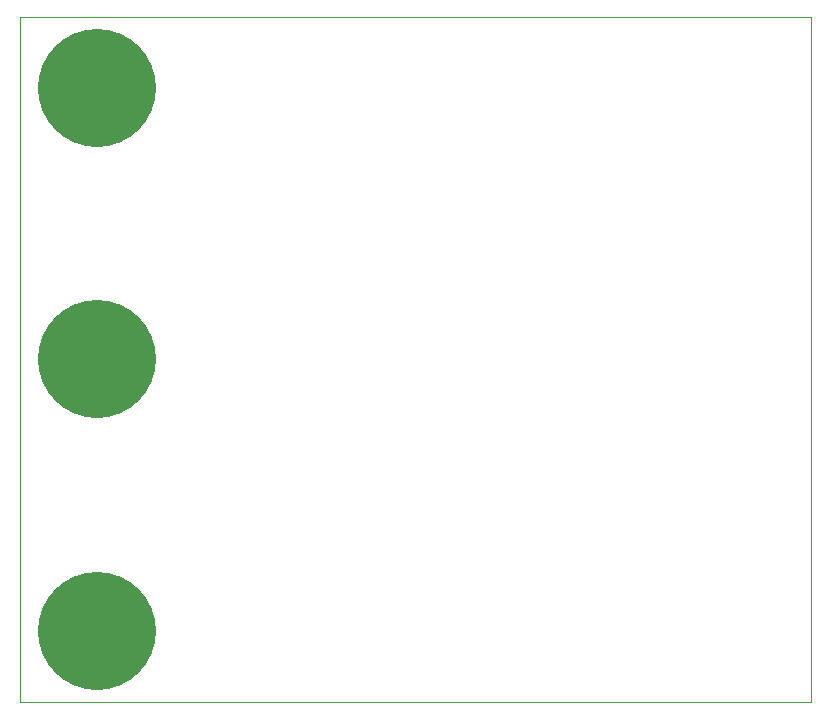
<source format=gts>
G04 This is an RS-274x file exported by *
G04 gerbv version 2.10.0~037b94 *
G04 More information is available about gerbv at *
G04 https://gerbv.github.io/ *
G04 --End of header info--*
%MOIN*%
%FSLAX36Y36*%
%IPPOS*%
%INStop Mask Top*%
G04 --Define apertures--*
%ADD10C,0.0000*%
%ADD11C,0.3937*%
%ADD12C,0.1969*%
%ADD13C,0.0669*%
%ADD14C,0.0480*%
%ADD15P,0.0520X8.0000X202.5000*%
%ADD16C,0.0500*%
%ADD17P,0.0520X8.0000X292.5000*%
%ADD18P,0.0520X8.0000X22.5000*%
%ADD19P,0.0520X8.0000X112.5000*%
%ADD20C,0.0750*%
%ADD21P,0.0812X8.0000X112.5000*%
%ADD22C,0.0860*%
%ADD23C,0.0984*%
%ADD24C,0.0650*%
%ADD25C,0.0480*%
%ADD26C,0.1063*%
%ADD27C,0.0886*%
G04 --Start main section--*
G54D10*
G01X0000000Y0000000D02*
G01X2637795Y0000000D01*
G01X2637795Y0000000D02*
G01X2637795Y2283465D01*
G01X2637795Y2283465D02*
G01X0000000Y2283465D01*
G01X0000000Y2283465D02*
G01X0000000Y0000000D01*
G54D11*
G01X0255906Y2047244D03*
G54D10*
G01X0157480Y2047244D02*
G01X0157512Y2049661D01*
G01X0157512Y2049661D02*
G01X0157598Y2052075D01*
G01X0157598Y2052075D02*
G01X0157748Y2054484D01*
G01X0157748Y2054484D02*
G01X0157953Y2056890D01*
G01X0157953Y2056890D02*
G01X0158220Y2059291D01*
G01X0158220Y2059291D02*
G01X0158547Y2061685D01*
G01X0158547Y2061685D02*
G01X0158929Y2064071D01*
G01X0158929Y2064071D02*
G01X0159370Y2066445D01*
G01X0159370Y2066445D02*
G01X0159870Y2068811D01*
G01X0159870Y2068811D02*
G01X0160429Y2071161D01*
G01X0160429Y2071161D02*
G01X0161047Y2073496D01*
G01X0161047Y2073496D02*
G01X0161717Y2075815D01*
G01X0161717Y2075815D02*
G01X0162449Y2078118D01*
G01X0162449Y2078118D02*
G01X0163232Y2080402D01*
G01X0163232Y2080402D02*
G01X0164075Y2082665D01*
G01X0164075Y2082665D02*
G01X0164972Y2084909D01*
G01X0164972Y2084909D02*
G01X0165925Y2087130D01*
G01X0165925Y2087130D02*
G01X0166929Y2089327D01*
G01X0166929Y2089327D02*
G01X0167988Y2091496D01*
G01X0167988Y2091496D02*
G01X0169102Y2093642D01*
G01X0169102Y2093642D02*
G01X0170268Y2095756D01*
G01X0170268Y2095756D02*
G01X0171484Y2097846D01*
G01X0171484Y2097846D02*
G01X0172752Y2099902D01*
G01X0172752Y2099902D02*
G01X0174067Y2101925D01*
G01X0174067Y2101925D02*
G01X0175433Y2103917D01*
G01X0175433Y2103917D02*
G01X0176850Y2105874D01*
G01X0176850Y2105874D02*
G01X0178311Y2107799D01*
G01X0178311Y2107799D02*
G01X0179823Y2109685D01*
G01X0179823Y2109685D02*
G01X0181378Y2111531D01*
G01X0181378Y2111531D02*
G01X0182976Y2113343D01*
G01X0182976Y2113343D02*
G01X0184622Y2115114D01*
G01X0184622Y2115114D02*
G01X0186307Y2116843D01*
G01X0186307Y2116843D02*
G01X0188035Y2118528D01*
G01X0188035Y2118528D02*
G01X0189807Y2120173D01*
G01X0189807Y2120173D02*
G01X0191618Y2121772D01*
G01X0191618Y2121772D02*
G01X0193465Y2123327D01*
G01X0193465Y2123327D02*
G01X0195350Y2124839D01*
G01X0195350Y2124839D02*
G01X0197276Y2126299D01*
G01X0197276Y2126299D02*
G01X0199232Y2127717D01*
G01X0199232Y2127717D02*
G01X0201224Y2129083D01*
G01X0201224Y2129083D02*
G01X0203248Y2130398D01*
G01X0203248Y2130398D02*
G01X0205303Y2131665D01*
G01X0205303Y2131665D02*
G01X0207394Y2132882D01*
G01X0207394Y2132882D02*
G01X0209508Y2134047D01*
G01X0209508Y2134047D02*
G01X0211654Y2135161D01*
G01X0211654Y2135161D02*
G01X0213823Y2136220D01*
G01X0213823Y2136220D02*
G01X0216020Y2137224D01*
G01X0216020Y2137224D02*
G01X0218240Y2138177D01*
G01X0218240Y2138177D02*
G01X0220484Y2139075D01*
G01X0220484Y2139075D02*
G01X0222748Y2139917D01*
G01X0222748Y2139917D02*
G01X0225031Y2140701D01*
G01X0225031Y2140701D02*
G01X0227335Y2141433D01*
G01X0227335Y2141433D02*
G01X0229654Y2142102D01*
G01X0229654Y2142102D02*
G01X0231988Y2142720D01*
G01X0231988Y2142720D02*
G01X0234339Y2143280D01*
G01X0234339Y2143280D02*
G01X0236705Y2143780D01*
G01X0236705Y2143780D02*
G01X0239079Y2144220D01*
G01X0239079Y2144220D02*
G01X0241465Y2144602D01*
G01X0241465Y2144602D02*
G01X0243858Y2144929D01*
G01X0243858Y2144929D02*
G01X0246260Y2145197D01*
G01X0246260Y2145197D02*
G01X0248665Y2145402D01*
G01X0248665Y2145402D02*
G01X0251075Y2145551D01*
G01X0251075Y2145551D02*
G01X0253488Y2145638D01*
G01X0253488Y2145638D02*
G01X0255906Y2145669D01*
G01X0255906Y2145669D02*
G01X0258323Y2145638D01*
G01X0258323Y2145638D02*
G01X0260736Y2145551D01*
G01X0260736Y2145551D02*
G01X0263146Y2145402D01*
G01X0263146Y2145402D02*
G01X0265551Y2145197D01*
G01X0265551Y2145197D02*
G01X0267953Y2144929D01*
G01X0267953Y2144929D02*
G01X0270346Y2144602D01*
G01X0270346Y2144602D02*
G01X0272732Y2144220D01*
G01X0272732Y2144220D02*
G01X0275106Y2143780D01*
G01X0275106Y2143780D02*
G01X0277472Y2143280D01*
G01X0277472Y2143280D02*
G01X0279823Y2142720D01*
G01X0279823Y2142720D02*
G01X0282157Y2142102D01*
G01X0282157Y2142102D02*
G01X0284476Y2141433D01*
G01X0284476Y2141433D02*
G01X0286780Y2140701D01*
G01X0286780Y2140701D02*
G01X0289063Y2139917D01*
G01X0289063Y2139917D02*
G01X0291327Y2139075D01*
G01X0291327Y2139075D02*
G01X0293571Y2138177D01*
G01X0293571Y2138177D02*
G01X0295791Y2137224D01*
G01X0295791Y2137224D02*
G01X0297988Y2136220D01*
G01X0297988Y2136220D02*
G01X0300157Y2135161D01*
G01X0300157Y2135161D02*
G01X0302303Y2134047D01*
G01X0302303Y2134047D02*
G01X0304417Y2132882D01*
G01X0304417Y2132882D02*
G01X0306508Y2131665D01*
G01X0306508Y2131665D02*
G01X0308563Y2130398D01*
G01X0308563Y2130398D02*
G01X0310587Y2129083D01*
G01X0310587Y2129083D02*
G01X0312579Y2127717D01*
G01X0312579Y2127717D02*
G01X0314535Y2126299D01*
G01X0314535Y2126299D02*
G01X0316461Y2124839D01*
G01X0316461Y2124839D02*
G01X0318346Y2123327D01*
G01X0318346Y2123327D02*
G01X0320193Y2121772D01*
G01X0320193Y2121772D02*
G01X0322004Y2120173D01*
G01X0322004Y2120173D02*
G01X0323776Y2118528D01*
G01X0323776Y2118528D02*
G01X0325504Y2116843D01*
G01X0325504Y2116843D02*
G01X0327189Y2115114D01*
G01X0327189Y2115114D02*
G01X0328835Y2113343D01*
G01X0328835Y2113343D02*
G01X0330433Y2111531D01*
G01X0330433Y2111531D02*
G01X0331988Y2109685D01*
G01X0331988Y2109685D02*
G01X0333500Y2107799D01*
G01X0333500Y2107799D02*
G01X0334961Y2105874D01*
G01X0334961Y2105874D02*
G01X0336378Y2103917D01*
G01X0336378Y2103917D02*
G01X0337744Y2101925D01*
G01X0337744Y2101925D02*
G01X0339059Y2099902D01*
G01X0339059Y2099902D02*
G01X0340327Y2097846D01*
G01X0340327Y2097846D02*
G01X0341543Y2095756D01*
G01X0341543Y2095756D02*
G01X0342709Y2093642D01*
G01X0342709Y2093642D02*
G01X0343823Y2091496D01*
G01X0343823Y2091496D02*
G01X0344882Y2089327D01*
G01X0344882Y2089327D02*
G01X0345886Y2087130D01*
G01X0345886Y2087130D02*
G01X0346839Y2084909D01*
G01X0346839Y2084909D02*
G01X0347736Y2082665D01*
G01X0347736Y2082665D02*
G01X0348579Y2080402D01*
G01X0348579Y2080402D02*
G01X0349362Y2078118D01*
G01X0349362Y2078118D02*
G01X0350094Y2075815D01*
G01X0350094Y2075815D02*
G01X0350764Y2073496D01*
G01X0350764Y2073496D02*
G01X0351382Y2071161D01*
G01X0351382Y2071161D02*
G01X0351941Y2068811D01*
G01X0351941Y2068811D02*
G01X0352441Y2066445D01*
G01X0352441Y2066445D02*
G01X0352882Y2064071D01*
G01X0352882Y2064071D02*
G01X0353264Y2061685D01*
G01X0353264Y2061685D02*
G01X0353591Y2059291D01*
G01X0353591Y2059291D02*
G01X0353858Y2056890D01*
G01X0353858Y2056890D02*
G01X0354063Y2054484D01*
G01X0354063Y2054484D02*
G01X0354213Y2052075D01*
G01X0354213Y2052075D02*
G01X0354299Y2049661D01*
G01X0354299Y2049661D02*
G01X0354331Y2047244D01*
G01X0354331Y2047244D02*
G01X0354299Y2044827D01*
G01X0354299Y2044827D02*
G01X0354213Y2042413D01*
G01X0354213Y2042413D02*
G01X0354063Y2040004D01*
G01X0354063Y2040004D02*
G01X0353858Y2037598D01*
G01X0353858Y2037598D02*
G01X0353591Y2035197D01*
G01X0353591Y2035197D02*
G01X0353264Y2032803D01*
G01X0353264Y2032803D02*
G01X0352882Y2030417D01*
G01X0352882Y2030417D02*
G01X0352441Y2028043D01*
G01X0352441Y2028043D02*
G01X0351941Y2025677D01*
G01X0351941Y2025677D02*
G01X0351382Y2023327D01*
G01X0351382Y2023327D02*
G01X0350764Y2020992D01*
G01X0350764Y2020992D02*
G01X0350094Y2018673D01*
G01X0350094Y2018673D02*
G01X0349362Y2016370D01*
G01X0349362Y2016370D02*
G01X0348579Y2014087D01*
G01X0348579Y2014087D02*
G01X0347736Y2011823D01*
G01X0347736Y2011823D02*
G01X0346839Y2009579D01*
G01X0346839Y2009579D02*
G01X0345886Y2007358D01*
G01X0345886Y2007358D02*
G01X0344882Y2005161D01*
G01X0344882Y2005161D02*
G01X0343823Y2002992D01*
G01X0343823Y2002992D02*
G01X0342709Y2000846D01*
G01X0342709Y2000846D02*
G01X0341543Y1998732D01*
G01X0341543Y1998732D02*
G01X0340327Y1996642D01*
G01X0340327Y1996642D02*
G01X0339059Y1994587D01*
G01X0339059Y1994587D02*
G01X0337744Y1992563D01*
G01X0337744Y1992563D02*
G01X0336378Y1990571D01*
G01X0336378Y1990571D02*
G01X0334961Y1988614D01*
G01X0334961Y1988614D02*
G01X0333500Y1986689D01*
G01X0333500Y1986689D02*
G01X0331988Y1984803D01*
G01X0331988Y1984803D02*
G01X0330433Y1982957D01*
G01X0330433Y1982957D02*
G01X0328835Y1981146D01*
G01X0328835Y1981146D02*
G01X0327189Y1979374D01*
G01X0327189Y1979374D02*
G01X0325504Y1977646D01*
G01X0325504Y1977646D02*
G01X0323776Y1975961D01*
G01X0323776Y1975961D02*
G01X0322004Y1974315D01*
G01X0322004Y1974315D02*
G01X0320193Y1972717D01*
G01X0320193Y1972717D02*
G01X0318346Y1971161D01*
G01X0318346Y1971161D02*
G01X0316461Y1969650D01*
G01X0316461Y1969650D02*
G01X0314535Y1968189D01*
G01X0314535Y1968189D02*
G01X0312579Y1966772D01*
G01X0312579Y1966772D02*
G01X0310587Y1965406D01*
G01X0310587Y1965406D02*
G01X0308563Y1964091D01*
G01X0308563Y1964091D02*
G01X0306508Y1962823D01*
G01X0306508Y1962823D02*
G01X0304417Y1961606D01*
G01X0304417Y1961606D02*
G01X0302303Y1960441D01*
G01X0302303Y1960441D02*
G01X0300157Y1959327D01*
G01X0300157Y1959327D02*
G01X0297988Y1958268D01*
G01X0297988Y1958268D02*
G01X0295791Y1957264D01*
G01X0295791Y1957264D02*
G01X0293571Y1956311D01*
G01X0293571Y1956311D02*
G01X0291327Y1955413D01*
G01X0291327Y1955413D02*
G01X0289063Y1954571D01*
G01X0289063Y1954571D02*
G01X0286780Y1953787D01*
G01X0286780Y1953787D02*
G01X0284476Y1953055D01*
G01X0284476Y1953055D02*
G01X0282157Y1952386D01*
G01X0282157Y1952386D02*
G01X0279823Y1951768D01*
G01X0279823Y1951768D02*
G01X0277472Y1951209D01*
G01X0277472Y1951209D02*
G01X0275106Y1950709D01*
G01X0275106Y1950709D02*
G01X0272732Y1950268D01*
G01X0272732Y1950268D02*
G01X0270346Y1949886D01*
G01X0270346Y1949886D02*
G01X0267953Y1949559D01*
G01X0267953Y1949559D02*
G01X0265551Y1949291D01*
G01X0265551Y1949291D02*
G01X0263146Y1949087D01*
G01X0263146Y1949087D02*
G01X0260736Y1948937D01*
G01X0260736Y1948937D02*
G01X0258323Y1948850D01*
G01X0258323Y1948850D02*
G01X0255906Y1948819D01*
G01X0255906Y1948819D02*
G01X0253488Y1948850D01*
G01X0253488Y1948850D02*
G01X0251075Y1948937D01*
G01X0251075Y1948937D02*
G01X0248665Y1949087D01*
G01X0248665Y1949087D02*
G01X0246260Y1949291D01*
G01X0246260Y1949291D02*
G01X0243858Y1949559D01*
G01X0243858Y1949559D02*
G01X0241465Y1949886D01*
G01X0241465Y1949886D02*
G01X0239079Y1950268D01*
G01X0239079Y1950268D02*
G01X0236705Y1950709D01*
G01X0236705Y1950709D02*
G01X0234339Y1951209D01*
G01X0234339Y1951209D02*
G01X0231988Y1951768D01*
G01X0231988Y1951768D02*
G01X0229654Y1952386D01*
G01X0229654Y1952386D02*
G01X0227335Y1953055D01*
G01X0227335Y1953055D02*
G01X0225031Y1953787D01*
G01X0225031Y1953787D02*
G01X0222748Y1954571D01*
G01X0222748Y1954571D02*
G01X0220484Y1955413D01*
G01X0220484Y1955413D02*
G01X0218240Y1956311D01*
G01X0218240Y1956311D02*
G01X0216020Y1957264D01*
G01X0216020Y1957264D02*
G01X0213823Y1958268D01*
G01X0213823Y1958268D02*
G01X0211654Y1959327D01*
G01X0211654Y1959327D02*
G01X0209508Y1960441D01*
G01X0209508Y1960441D02*
G01X0207394Y1961606D01*
G01X0207394Y1961606D02*
G01X0205303Y1962823D01*
G01X0205303Y1962823D02*
G01X0203248Y1964091D01*
G01X0203248Y1964091D02*
G01X0201224Y1965406D01*
G01X0201224Y1965406D02*
G01X0199232Y1966772D01*
G01X0199232Y1966772D02*
G01X0197276Y1968189D01*
G01X0197276Y1968189D02*
G01X0195350Y1969650D01*
G01X0195350Y1969650D02*
G01X0193465Y1971161D01*
G01X0193465Y1971161D02*
G01X0191618Y1972717D01*
G01X0191618Y1972717D02*
G01X0189807Y1974315D01*
G01X0189807Y1974315D02*
G01X0188035Y1975961D01*
G01X0188035Y1975961D02*
G01X0186307Y1977646D01*
G01X0186307Y1977646D02*
G01X0184622Y1979374D01*
G01X0184622Y1979374D02*
G01X0182976Y1981146D01*
G01X0182976Y1981146D02*
G01X0181378Y1982957D01*
G01X0181378Y1982957D02*
G01X0179823Y1984803D01*
G01X0179823Y1984803D02*
G01X0178311Y1986689D01*
G01X0178311Y1986689D02*
G01X0176850Y1988614D01*
G01X0176850Y1988614D02*
G01X0175433Y1990571D01*
G01X0175433Y1990571D02*
G01X0174067Y1992563D01*
G01X0174067Y1992563D02*
G01X0172752Y1994587D01*
G01X0172752Y1994587D02*
G01X0171484Y1996642D01*
G01X0171484Y1996642D02*
G01X0170268Y1998732D01*
G01X0170268Y1998732D02*
G01X0169102Y2000846D01*
G01X0169102Y2000846D02*
G01X0167988Y2002992D01*
G01X0167988Y2002992D02*
G01X0166929Y2005161D01*
G01X0166929Y2005161D02*
G01X0165925Y2007358D01*
G01X0165925Y2007358D02*
G01X0164972Y2009579D01*
G01X0164972Y2009579D02*
G01X0164075Y2011823D01*
G01X0164075Y2011823D02*
G01X0163232Y2014087D01*
G01X0163232Y2014087D02*
G01X0162449Y2016370D01*
G01X0162449Y2016370D02*
G01X0161717Y2018673D01*
G01X0161717Y2018673D02*
G01X0161047Y2020992D01*
G01X0161047Y2020992D02*
G01X0160429Y2023327D01*
G01X0160429Y2023327D02*
G01X0159870Y2025677D01*
G01X0159870Y2025677D02*
G01X0159370Y2028043D01*
G01X0159370Y2028043D02*
G01X0158929Y2030417D01*
G01X0158929Y2030417D02*
G01X0158547Y2032803D01*
G01X0158547Y2032803D02*
G01X0158220Y2035197D01*
G01X0158220Y2035197D02*
G01X0157953Y2037598D01*
G01X0157953Y2037598D02*
G01X0157748Y2040004D01*
G01X0157748Y2040004D02*
G01X0157598Y2042413D01*
G01X0157598Y2042413D02*
G01X0157512Y2044827D01*
G01X0157512Y2044827D02*
G01X0157480Y2047244D01*
G54D12*
G01X0255906Y2047244D03*
G54D11*
G01X0255906Y1141732D03*
G54D10*
G01X0157480Y1141732D02*
G01X0157512Y1144150D01*
G01X0157512Y1144150D02*
G01X0157598Y1146563D01*
G01X0157598Y1146563D02*
G01X0157748Y1148972D01*
G01X0157748Y1148972D02*
G01X0157953Y1151378D01*
G01X0157953Y1151378D02*
G01X0158220Y1153780D01*
G01X0158220Y1153780D02*
G01X0158547Y1156173D01*
G01X0158547Y1156173D02*
G01X0158929Y1158559D01*
G01X0158929Y1158559D02*
G01X0159370Y1160933D01*
G01X0159370Y1160933D02*
G01X0159870Y1163299D01*
G01X0159870Y1163299D02*
G01X0160429Y1165650D01*
G01X0160429Y1165650D02*
G01X0161047Y1167984D01*
G01X0161047Y1167984D02*
G01X0161717Y1170303D01*
G01X0161717Y1170303D02*
G01X0162449Y1172606D01*
G01X0162449Y1172606D02*
G01X0163232Y1174890D01*
G01X0163232Y1174890D02*
G01X0164075Y1177154D01*
G01X0164075Y1177154D02*
G01X0164972Y1179398D01*
G01X0164972Y1179398D02*
G01X0165925Y1181618D01*
G01X0165925Y1181618D02*
G01X0166929Y1183815D01*
G01X0166929Y1183815D02*
G01X0167988Y1185984D01*
G01X0167988Y1185984D02*
G01X0169102Y1188130D01*
G01X0169102Y1188130D02*
G01X0170268Y1190244D01*
G01X0170268Y1190244D02*
G01X0171484Y1192335D01*
G01X0171484Y1192335D02*
G01X0172752Y1194390D01*
G01X0172752Y1194390D02*
G01X0174067Y1196413D01*
G01X0174067Y1196413D02*
G01X0175433Y1198406D01*
G01X0175433Y1198406D02*
G01X0176850Y1200362D01*
G01X0176850Y1200362D02*
G01X0178311Y1202287D01*
G01X0178311Y1202287D02*
G01X0179823Y1204173D01*
G01X0179823Y1204173D02*
G01X0181378Y1206020D01*
G01X0181378Y1206020D02*
G01X0182976Y1207831D01*
G01X0182976Y1207831D02*
G01X0184622Y1209602D01*
G01X0184622Y1209602D02*
G01X0186307Y1211331D01*
G01X0186307Y1211331D02*
G01X0188035Y1213016D01*
G01X0188035Y1213016D02*
G01X0189807Y1214661D01*
G01X0189807Y1214661D02*
G01X0191618Y1216260D01*
G01X0191618Y1216260D02*
G01X0193465Y1217815D01*
G01X0193465Y1217815D02*
G01X0195350Y1219327D01*
G01X0195350Y1219327D02*
G01X0197276Y1220787D01*
G01X0197276Y1220787D02*
G01X0199232Y1222205D01*
G01X0199232Y1222205D02*
G01X0201224Y1223571D01*
G01X0201224Y1223571D02*
G01X0203248Y1224886D01*
G01X0203248Y1224886D02*
G01X0205303Y1226154D01*
G01X0205303Y1226154D02*
G01X0207394Y1227370D01*
G01X0207394Y1227370D02*
G01X0209508Y1228535D01*
G01X0209508Y1228535D02*
G01X0211654Y1229650D01*
G01X0211654Y1229650D02*
G01X0213823Y1230709D01*
G01X0213823Y1230709D02*
G01X0216020Y1231713D01*
G01X0216020Y1231713D02*
G01X0218240Y1232665D01*
G01X0218240Y1232665D02*
G01X0220484Y1233563D01*
G01X0220484Y1233563D02*
G01X0222748Y1234406D01*
G01X0222748Y1234406D02*
G01X0225031Y1235189D01*
G01X0225031Y1235189D02*
G01X0227335Y1235921D01*
G01X0227335Y1235921D02*
G01X0229654Y1236591D01*
G01X0229654Y1236591D02*
G01X0231988Y1237209D01*
G01X0231988Y1237209D02*
G01X0234339Y1237768D01*
G01X0234339Y1237768D02*
G01X0236705Y1238268D01*
G01X0236705Y1238268D02*
G01X0239079Y1238709D01*
G01X0239079Y1238709D02*
G01X0241465Y1239091D01*
G01X0241465Y1239091D02*
G01X0243858Y1239417D01*
G01X0243858Y1239417D02*
G01X0246260Y1239685D01*
G01X0246260Y1239685D02*
G01X0248665Y1239890D01*
G01X0248665Y1239890D02*
G01X0251075Y1240039D01*
G01X0251075Y1240039D02*
G01X0253488Y1240126D01*
G01X0253488Y1240126D02*
G01X0255906Y1240157D01*
G01X0255906Y1240157D02*
G01X0258323Y1240126D01*
G01X0258323Y1240126D02*
G01X0260736Y1240039D01*
G01X0260736Y1240039D02*
G01X0263146Y1239890D01*
G01X0263146Y1239890D02*
G01X0265551Y1239685D01*
G01X0265551Y1239685D02*
G01X0267953Y1239417D01*
G01X0267953Y1239417D02*
G01X0270346Y1239091D01*
G01X0270346Y1239091D02*
G01X0272732Y1238709D01*
G01X0272732Y1238709D02*
G01X0275106Y1238268D01*
G01X0275106Y1238268D02*
G01X0277472Y1237768D01*
G01X0277472Y1237768D02*
G01X0279823Y1237209D01*
G01X0279823Y1237209D02*
G01X0282157Y1236591D01*
G01X0282157Y1236591D02*
G01X0284476Y1235921D01*
G01X0284476Y1235921D02*
G01X0286780Y1235189D01*
G01X0286780Y1235189D02*
G01X0289063Y1234406D01*
G01X0289063Y1234406D02*
G01X0291327Y1233563D01*
G01X0291327Y1233563D02*
G01X0293571Y1232665D01*
G01X0293571Y1232665D02*
G01X0295791Y1231713D01*
G01X0295791Y1231713D02*
G01X0297988Y1230709D01*
G01X0297988Y1230709D02*
G01X0300157Y1229650D01*
G01X0300157Y1229650D02*
G01X0302303Y1228535D01*
G01X0302303Y1228535D02*
G01X0304417Y1227370D01*
G01X0304417Y1227370D02*
G01X0306508Y1226154D01*
G01X0306508Y1226154D02*
G01X0308563Y1224886D01*
G01X0308563Y1224886D02*
G01X0310587Y1223571D01*
G01X0310587Y1223571D02*
G01X0312579Y1222205D01*
G01X0312579Y1222205D02*
G01X0314535Y1220787D01*
G01X0314535Y1220787D02*
G01X0316461Y1219327D01*
G01X0316461Y1219327D02*
G01X0318346Y1217815D01*
G01X0318346Y1217815D02*
G01X0320193Y1216260D01*
G01X0320193Y1216260D02*
G01X0322004Y1214661D01*
G01X0322004Y1214661D02*
G01X0323776Y1213016D01*
G01X0323776Y1213016D02*
G01X0325504Y1211331D01*
G01X0325504Y1211331D02*
G01X0327189Y1209602D01*
G01X0327189Y1209602D02*
G01X0328835Y1207831D01*
G01X0328835Y1207831D02*
G01X0330433Y1206020D01*
G01X0330433Y1206020D02*
G01X0331988Y1204173D01*
G01X0331988Y1204173D02*
G01X0333500Y1202287D01*
G01X0333500Y1202287D02*
G01X0334961Y1200362D01*
G01X0334961Y1200362D02*
G01X0336378Y1198406D01*
G01X0336378Y1198406D02*
G01X0337744Y1196413D01*
G01X0337744Y1196413D02*
G01X0339059Y1194390D01*
G01X0339059Y1194390D02*
G01X0340327Y1192335D01*
G01X0340327Y1192335D02*
G01X0341543Y1190244D01*
G01X0341543Y1190244D02*
G01X0342709Y1188130D01*
G01X0342709Y1188130D02*
G01X0343823Y1185984D01*
G01X0343823Y1185984D02*
G01X0344882Y1183815D01*
G01X0344882Y1183815D02*
G01X0345886Y1181618D01*
G01X0345886Y1181618D02*
G01X0346839Y1179398D01*
G01X0346839Y1179398D02*
G01X0347736Y1177154D01*
G01X0347736Y1177154D02*
G01X0348579Y1174890D01*
G01X0348579Y1174890D02*
G01X0349362Y1172606D01*
G01X0349362Y1172606D02*
G01X0350094Y1170303D01*
G01X0350094Y1170303D02*
G01X0350764Y1167984D01*
G01X0350764Y1167984D02*
G01X0351382Y1165650D01*
G01X0351382Y1165650D02*
G01X0351941Y1163299D01*
G01X0351941Y1163299D02*
G01X0352441Y1160933D01*
G01X0352441Y1160933D02*
G01X0352882Y1158559D01*
G01X0352882Y1158559D02*
G01X0353264Y1156173D01*
G01X0353264Y1156173D02*
G01X0353591Y1153780D01*
G01X0353591Y1153780D02*
G01X0353858Y1151378D01*
G01X0353858Y1151378D02*
G01X0354063Y1148972D01*
G01X0354063Y1148972D02*
G01X0354213Y1146563D01*
G01X0354213Y1146563D02*
G01X0354299Y1144150D01*
G01X0354299Y1144150D02*
G01X0354331Y1141732D01*
G01X0354331Y1141732D02*
G01X0354299Y1139315D01*
G01X0354299Y1139315D02*
G01X0354213Y1136902D01*
G01X0354213Y1136902D02*
G01X0354063Y1134492D01*
G01X0354063Y1134492D02*
G01X0353858Y1132087D01*
G01X0353858Y1132087D02*
G01X0353591Y1129685D01*
G01X0353591Y1129685D02*
G01X0353264Y1127291D01*
G01X0353264Y1127291D02*
G01X0352882Y1124906D01*
G01X0352882Y1124906D02*
G01X0352441Y1122531D01*
G01X0352441Y1122531D02*
G01X0351941Y1120165D01*
G01X0351941Y1120165D02*
G01X0351382Y1117815D01*
G01X0351382Y1117815D02*
G01X0350764Y1115480D01*
G01X0350764Y1115480D02*
G01X0350094Y1113161D01*
G01X0350094Y1113161D02*
G01X0349362Y1110858D01*
G01X0349362Y1110858D02*
G01X0348579Y1108575D01*
G01X0348579Y1108575D02*
G01X0347736Y1106311D01*
G01X0347736Y1106311D02*
G01X0346839Y1104067D01*
G01X0346839Y1104067D02*
G01X0345886Y1101846D01*
G01X0345886Y1101846D02*
G01X0344882Y1099650D01*
G01X0344882Y1099650D02*
G01X0343823Y1097480D01*
G01X0343823Y1097480D02*
G01X0342709Y1095335D01*
G01X0342709Y1095335D02*
G01X0341543Y1093220D01*
G01X0341543Y1093220D02*
G01X0340327Y1091130D01*
G01X0340327Y1091130D02*
G01X0339059Y1089075D01*
G01X0339059Y1089075D02*
G01X0337744Y1087051D01*
G01X0337744Y1087051D02*
G01X0336378Y1085059D01*
G01X0336378Y1085059D02*
G01X0334961Y1083102D01*
G01X0334961Y1083102D02*
G01X0333500Y1081177D01*
G01X0333500Y1081177D02*
G01X0331988Y1079291D01*
G01X0331988Y1079291D02*
G01X0330433Y1077445D01*
G01X0330433Y1077445D02*
G01X0328835Y1075634D01*
G01X0328835Y1075634D02*
G01X0327189Y1073862D01*
G01X0327189Y1073862D02*
G01X0325504Y1072134D01*
G01X0325504Y1072134D02*
G01X0323776Y1070449D01*
G01X0323776Y1070449D02*
G01X0322004Y1068803D01*
G01X0322004Y1068803D02*
G01X0320193Y1067205D01*
G01X0320193Y1067205D02*
G01X0318346Y1065650D01*
G01X0318346Y1065650D02*
G01X0316461Y1064138D01*
G01X0316461Y1064138D02*
G01X0314535Y1062677D01*
G01X0314535Y1062677D02*
G01X0312579Y1061260D01*
G01X0312579Y1061260D02*
G01X0310587Y1059894D01*
G01X0310587Y1059894D02*
G01X0308563Y1058579D01*
G01X0308563Y1058579D02*
G01X0306508Y1057311D01*
G01X0306508Y1057311D02*
G01X0304417Y1056094D01*
G01X0304417Y1056094D02*
G01X0302303Y1054929D01*
G01X0302303Y1054929D02*
G01X0300157Y1053815D01*
G01X0300157Y1053815D02*
G01X0297988Y1052756D01*
G01X0297988Y1052756D02*
G01X0295791Y1051752D01*
G01X0295791Y1051752D02*
G01X0293571Y1050799D01*
G01X0293571Y1050799D02*
G01X0291327Y1049902D01*
G01X0291327Y1049902D02*
G01X0289063Y1049059D01*
G01X0289063Y1049059D02*
G01X0286780Y1048276D01*
G01X0286780Y1048276D02*
G01X0284476Y1047543D01*
G01X0284476Y1047543D02*
G01X0282157Y1046874D01*
G01X0282157Y1046874D02*
G01X0279823Y1046256D01*
G01X0279823Y1046256D02*
G01X0277472Y1045697D01*
G01X0277472Y1045697D02*
G01X0275106Y1045197D01*
G01X0275106Y1045197D02*
G01X0272732Y1044756D01*
G01X0272732Y1044756D02*
G01X0270346Y1044374D01*
G01X0270346Y1044374D02*
G01X0267953Y1044047D01*
G01X0267953Y1044047D02*
G01X0265551Y1043780D01*
G01X0265551Y1043780D02*
G01X0263146Y1043575D01*
G01X0263146Y1043575D02*
G01X0260736Y1043425D01*
G01X0260736Y1043425D02*
G01X0258323Y1043339D01*
G01X0258323Y1043339D02*
G01X0255906Y1043307D01*
G01X0255906Y1043307D02*
G01X0253488Y1043339D01*
G01X0253488Y1043339D02*
G01X0251075Y1043425D01*
G01X0251075Y1043425D02*
G01X0248665Y1043575D01*
G01X0248665Y1043575D02*
G01X0246260Y1043780D01*
G01X0246260Y1043780D02*
G01X0243858Y1044047D01*
G01X0243858Y1044047D02*
G01X0241465Y1044374D01*
G01X0241465Y1044374D02*
G01X0239079Y1044756D01*
G01X0239079Y1044756D02*
G01X0236705Y1045197D01*
G01X0236705Y1045197D02*
G01X0234339Y1045697D01*
G01X0234339Y1045697D02*
G01X0231988Y1046256D01*
G01X0231988Y1046256D02*
G01X0229654Y1046874D01*
G01X0229654Y1046874D02*
G01X0227335Y1047543D01*
G01X0227335Y1047543D02*
G01X0225031Y1048276D01*
G01X0225031Y1048276D02*
G01X0222748Y1049059D01*
G01X0222748Y1049059D02*
G01X0220484Y1049902D01*
G01X0220484Y1049902D02*
G01X0218240Y1050799D01*
G01X0218240Y1050799D02*
G01X0216020Y1051752D01*
G01X0216020Y1051752D02*
G01X0213823Y1052756D01*
G01X0213823Y1052756D02*
G01X0211654Y1053815D01*
G01X0211654Y1053815D02*
G01X0209508Y1054929D01*
G01X0209508Y1054929D02*
G01X0207394Y1056094D01*
G01X0207394Y1056094D02*
G01X0205303Y1057311D01*
G01X0205303Y1057311D02*
G01X0203248Y1058579D01*
G01X0203248Y1058579D02*
G01X0201224Y1059894D01*
G01X0201224Y1059894D02*
G01X0199232Y1061260D01*
G01X0199232Y1061260D02*
G01X0197276Y1062677D01*
G01X0197276Y1062677D02*
G01X0195350Y1064138D01*
G01X0195350Y1064138D02*
G01X0193465Y1065650D01*
G01X0193465Y1065650D02*
G01X0191618Y1067205D01*
G01X0191618Y1067205D02*
G01X0189807Y1068803D01*
G01X0189807Y1068803D02*
G01X0188035Y1070449D01*
G01X0188035Y1070449D02*
G01X0186307Y1072134D01*
G01X0186307Y1072134D02*
G01X0184622Y1073862D01*
G01X0184622Y1073862D02*
G01X0182976Y1075634D01*
G01X0182976Y1075634D02*
G01X0181378Y1077445D01*
G01X0181378Y1077445D02*
G01X0179823Y1079291D01*
G01X0179823Y1079291D02*
G01X0178311Y1081177D01*
G01X0178311Y1081177D02*
G01X0176850Y1083102D01*
G01X0176850Y1083102D02*
G01X0175433Y1085059D01*
G01X0175433Y1085059D02*
G01X0174067Y1087051D01*
G01X0174067Y1087051D02*
G01X0172752Y1089075D01*
G01X0172752Y1089075D02*
G01X0171484Y1091130D01*
G01X0171484Y1091130D02*
G01X0170268Y1093220D01*
G01X0170268Y1093220D02*
G01X0169102Y1095335D01*
G01X0169102Y1095335D02*
G01X0167988Y1097480D01*
G01X0167988Y1097480D02*
G01X0166929Y1099650D01*
G01X0166929Y1099650D02*
G01X0165925Y1101846D01*
G01X0165925Y1101846D02*
G01X0164972Y1104067D01*
G01X0164972Y1104067D02*
G01X0164075Y1106311D01*
G01X0164075Y1106311D02*
G01X0163232Y1108575D01*
G01X0163232Y1108575D02*
G01X0162449Y1110858D01*
G01X0162449Y1110858D02*
G01X0161717Y1113161D01*
G01X0161717Y1113161D02*
G01X0161047Y1115480D01*
G01X0161047Y1115480D02*
G01X0160429Y1117815D01*
G01X0160429Y1117815D02*
G01X0159870Y1120165D01*
G01X0159870Y1120165D02*
G01X0159370Y1122531D01*
G01X0159370Y1122531D02*
G01X0158929Y1124906D01*
G01X0158929Y1124906D02*
G01X0158547Y1127291D01*
G01X0158547Y1127291D02*
G01X0158220Y1129685D01*
G01X0158220Y1129685D02*
G01X0157953Y1132087D01*
G01X0157953Y1132087D02*
G01X0157748Y1134492D01*
G01X0157748Y1134492D02*
G01X0157598Y1136902D01*
G01X0157598Y1136902D02*
G01X0157512Y1139315D01*
G01X0157512Y1139315D02*
G01X0157480Y1141732D01*
G54D12*
G01X0255906Y1141732D03*
G54D11*
G01X0255906Y0236220D03*
G54D10*
G01X0157480Y0236220D02*
G01X0157512Y0238638D01*
G01X0157512Y0238638D02*
G01X0157598Y0241051D01*
G01X0157598Y0241051D02*
G01X0157748Y0243461D01*
G01X0157748Y0243461D02*
G01X0157953Y0245866D01*
G01X0157953Y0245866D02*
G01X0158220Y0248268D01*
G01X0158220Y0248268D02*
G01X0158547Y0250661D01*
G01X0158547Y0250661D02*
G01X0158929Y0253047D01*
G01X0158929Y0253047D02*
G01X0159370Y0255421D01*
G01X0159370Y0255421D02*
G01X0159870Y0257787D01*
G01X0159870Y0257787D02*
G01X0160429Y0260138D01*
G01X0160429Y0260138D02*
G01X0161047Y0262472D01*
G01X0161047Y0262472D02*
G01X0161717Y0264791D01*
G01X0161717Y0264791D02*
G01X0162449Y0267094D01*
G01X0162449Y0267094D02*
G01X0163232Y0269378D01*
G01X0163232Y0269378D02*
G01X0164075Y0271642D01*
G01X0164075Y0271642D02*
G01X0164972Y0273886D01*
G01X0164972Y0273886D02*
G01X0165925Y0276106D01*
G01X0165925Y0276106D02*
G01X0166929Y0278303D01*
G01X0166929Y0278303D02*
G01X0167988Y0280472D01*
G01X0167988Y0280472D02*
G01X0169102Y0282618D01*
G01X0169102Y0282618D02*
G01X0170268Y0284732D01*
G01X0170268Y0284732D02*
G01X0171484Y0286823D01*
G01X0171484Y0286823D02*
G01X0172752Y0288878D01*
G01X0172752Y0288878D02*
G01X0174067Y0290902D01*
G01X0174067Y0290902D02*
G01X0175433Y0292894D01*
G01X0175433Y0292894D02*
G01X0176850Y0294850D01*
G01X0176850Y0294850D02*
G01X0178311Y0296776D01*
G01X0178311Y0296776D02*
G01X0179823Y0298661D01*
G01X0179823Y0298661D02*
G01X0181378Y0300508D01*
G01X0181378Y0300508D02*
G01X0182976Y0302319D01*
G01X0182976Y0302319D02*
G01X0184622Y0304091D01*
G01X0184622Y0304091D02*
G01X0186307Y0305819D01*
G01X0186307Y0305819D02*
G01X0188035Y0307504D01*
G01X0188035Y0307504D02*
G01X0189807Y0309150D01*
G01X0189807Y0309150D02*
G01X0191618Y0310748D01*
G01X0191618Y0310748D02*
G01X0193465Y0312303D01*
G01X0193465Y0312303D02*
G01X0195350Y0313815D01*
G01X0195350Y0313815D02*
G01X0197276Y0315276D01*
G01X0197276Y0315276D02*
G01X0199232Y0316693D01*
G01X0199232Y0316693D02*
G01X0201224Y0318059D01*
G01X0201224Y0318059D02*
G01X0203248Y0319374D01*
G01X0203248Y0319374D02*
G01X0205303Y0320642D01*
G01X0205303Y0320642D02*
G01X0207394Y0321858D01*
G01X0207394Y0321858D02*
G01X0209508Y0323024D01*
G01X0209508Y0323024D02*
G01X0211654Y0324138D01*
G01X0211654Y0324138D02*
G01X0213823Y0325197D01*
G01X0213823Y0325197D02*
G01X0216020Y0326201D01*
G01X0216020Y0326201D02*
G01X0218240Y0327154D01*
G01X0218240Y0327154D02*
G01X0220484Y0328051D01*
G01X0220484Y0328051D02*
G01X0222748Y0328894D01*
G01X0222748Y0328894D02*
G01X0225031Y0329677D01*
G01X0225031Y0329677D02*
G01X0227335Y0330409D01*
G01X0227335Y0330409D02*
G01X0229654Y0331079D01*
G01X0229654Y0331079D02*
G01X0231988Y0331697D01*
G01X0231988Y0331697D02*
G01X0234339Y0332256D01*
G01X0234339Y0332256D02*
G01X0236705Y0332756D01*
G01X0236705Y0332756D02*
G01X0239079Y0333197D01*
G01X0239079Y0333197D02*
G01X0241465Y0333579D01*
G01X0241465Y0333579D02*
G01X0243858Y0333906D01*
G01X0243858Y0333906D02*
G01X0246260Y0334173D01*
G01X0246260Y0334173D02*
G01X0248665Y0334378D01*
G01X0248665Y0334378D02*
G01X0251075Y0334528D01*
G01X0251075Y0334528D02*
G01X0253488Y0334614D01*
G01X0253488Y0334614D02*
G01X0255906Y0334646D01*
G01X0255906Y0334646D02*
G01X0258323Y0334614D01*
G01X0258323Y0334614D02*
G01X0260736Y0334528D01*
G01X0260736Y0334528D02*
G01X0263146Y0334378D01*
G01X0263146Y0334378D02*
G01X0265551Y0334173D01*
G01X0265551Y0334173D02*
G01X0267953Y0333906D01*
G01X0267953Y0333906D02*
G01X0270346Y0333579D01*
G01X0270346Y0333579D02*
G01X0272732Y0333197D01*
G01X0272732Y0333197D02*
G01X0275106Y0332756D01*
G01X0275106Y0332756D02*
G01X0277472Y0332256D01*
G01X0277472Y0332256D02*
G01X0279823Y0331697D01*
G01X0279823Y0331697D02*
G01X0282157Y0331079D01*
G01X0282157Y0331079D02*
G01X0284476Y0330409D01*
G01X0284476Y0330409D02*
G01X0286780Y0329677D01*
G01X0286780Y0329677D02*
G01X0289063Y0328894D01*
G01X0289063Y0328894D02*
G01X0291327Y0328051D01*
G01X0291327Y0328051D02*
G01X0293571Y0327154D01*
G01X0293571Y0327154D02*
G01X0295791Y0326201D01*
G01X0295791Y0326201D02*
G01X0297988Y0325197D01*
G01X0297988Y0325197D02*
G01X0300157Y0324138D01*
G01X0300157Y0324138D02*
G01X0302303Y0323024D01*
G01X0302303Y0323024D02*
G01X0304417Y0321858D01*
G01X0304417Y0321858D02*
G01X0306508Y0320642D01*
G01X0306508Y0320642D02*
G01X0308563Y0319374D01*
G01X0308563Y0319374D02*
G01X0310587Y0318059D01*
G01X0310587Y0318059D02*
G01X0312579Y0316693D01*
G01X0312579Y0316693D02*
G01X0314535Y0315276D01*
G01X0314535Y0315276D02*
G01X0316461Y0313815D01*
G01X0316461Y0313815D02*
G01X0318346Y0312303D01*
G01X0318346Y0312303D02*
G01X0320193Y0310748D01*
G01X0320193Y0310748D02*
G01X0322004Y0309150D01*
G01X0322004Y0309150D02*
G01X0323776Y0307504D01*
G01X0323776Y0307504D02*
G01X0325504Y0305819D01*
G01X0325504Y0305819D02*
G01X0327189Y0304091D01*
G01X0327189Y0304091D02*
G01X0328835Y0302319D01*
G01X0328835Y0302319D02*
G01X0330433Y0300508D01*
G01X0330433Y0300508D02*
G01X0331988Y0298661D01*
G01X0331988Y0298661D02*
G01X0333500Y0296776D01*
G01X0333500Y0296776D02*
G01X0334961Y0294850D01*
G01X0334961Y0294850D02*
G01X0336378Y0292894D01*
G01X0336378Y0292894D02*
G01X0337744Y0290902D01*
G01X0337744Y0290902D02*
G01X0339059Y0288878D01*
G01X0339059Y0288878D02*
G01X0340327Y0286823D01*
G01X0340327Y0286823D02*
G01X0341543Y0284732D01*
G01X0341543Y0284732D02*
G01X0342709Y0282618D01*
G01X0342709Y0282618D02*
G01X0343823Y0280472D01*
G01X0343823Y0280472D02*
G01X0344882Y0278303D01*
G01X0344882Y0278303D02*
G01X0345886Y0276106D01*
G01X0345886Y0276106D02*
G01X0346839Y0273886D01*
G01X0346839Y0273886D02*
G01X0347736Y0271642D01*
G01X0347736Y0271642D02*
G01X0348579Y0269378D01*
G01X0348579Y0269378D02*
G01X0349362Y0267094D01*
G01X0349362Y0267094D02*
G01X0350094Y0264791D01*
G01X0350094Y0264791D02*
G01X0350764Y0262472D01*
G01X0350764Y0262472D02*
G01X0351382Y0260138D01*
G01X0351382Y0260138D02*
G01X0351941Y0257787D01*
G01X0351941Y0257787D02*
G01X0352441Y0255421D01*
G01X0352441Y0255421D02*
G01X0352882Y0253047D01*
G01X0352882Y0253047D02*
G01X0353264Y0250661D01*
G01X0353264Y0250661D02*
G01X0353591Y0248268D01*
G01X0353591Y0248268D02*
G01X0353858Y0245866D01*
G01X0353858Y0245866D02*
G01X0354063Y0243461D01*
G01X0354063Y0243461D02*
G01X0354213Y0241051D01*
G01X0354213Y0241051D02*
G01X0354299Y0238638D01*
G01X0354299Y0238638D02*
G01X0354331Y0236220D01*
G01X0354331Y0236220D02*
G01X0354299Y0233803D01*
G01X0354299Y0233803D02*
G01X0354213Y0231390D01*
G01X0354213Y0231390D02*
G01X0354063Y0228980D01*
G01X0354063Y0228980D02*
G01X0353858Y0226575D01*
G01X0353858Y0226575D02*
G01X0353591Y0224173D01*
G01X0353591Y0224173D02*
G01X0353264Y0221780D01*
G01X0353264Y0221780D02*
G01X0352882Y0219394D01*
G01X0352882Y0219394D02*
G01X0352441Y0217020D01*
G01X0352441Y0217020D02*
G01X0351941Y0214654D01*
G01X0351941Y0214654D02*
G01X0351382Y0212303D01*
G01X0351382Y0212303D02*
G01X0350764Y0209969D01*
G01X0350764Y0209969D02*
G01X0350094Y0207650D01*
G01X0350094Y0207650D02*
G01X0349362Y0205346D01*
G01X0349362Y0205346D02*
G01X0348579Y0203063D01*
G01X0348579Y0203063D02*
G01X0347736Y0200799D01*
G01X0347736Y0200799D02*
G01X0346839Y0198555D01*
G01X0346839Y0198555D02*
G01X0345886Y0196335D01*
G01X0345886Y0196335D02*
G01X0344882Y0194138D01*
G01X0344882Y0194138D02*
G01X0343823Y0191969D01*
G01X0343823Y0191969D02*
G01X0342709Y0189823D01*
G01X0342709Y0189823D02*
G01X0341543Y0187709D01*
G01X0341543Y0187709D02*
G01X0340327Y0185618D01*
G01X0340327Y0185618D02*
G01X0339059Y0183563D01*
G01X0339059Y0183563D02*
G01X0337744Y0181539D01*
G01X0337744Y0181539D02*
G01X0336378Y0179547D01*
G01X0336378Y0179547D02*
G01X0334961Y0177591D01*
G01X0334961Y0177591D02*
G01X0333500Y0175665D01*
G01X0333500Y0175665D02*
G01X0331988Y0173780D01*
G01X0331988Y0173780D02*
G01X0330433Y0171933D01*
G01X0330433Y0171933D02*
G01X0328835Y0170122D01*
G01X0328835Y0170122D02*
G01X0327189Y0168350D01*
G01X0327189Y0168350D02*
G01X0325504Y0166622D01*
G01X0325504Y0166622D02*
G01X0323776Y0164937D01*
G01X0323776Y0164937D02*
G01X0322004Y0163291D01*
G01X0322004Y0163291D02*
G01X0320193Y0161693D01*
G01X0320193Y0161693D02*
G01X0318346Y0160138D01*
G01X0318346Y0160138D02*
G01X0316461Y0158626D01*
G01X0316461Y0158626D02*
G01X0314535Y0157165D01*
G01X0314535Y0157165D02*
G01X0312579Y0155748D01*
G01X0312579Y0155748D02*
G01X0310587Y0154382D01*
G01X0310587Y0154382D02*
G01X0308563Y0153067D01*
G01X0308563Y0153067D02*
G01X0306508Y0151799D01*
G01X0306508Y0151799D02*
G01X0304417Y0150583D01*
G01X0304417Y0150583D02*
G01X0302303Y0149417D01*
G01X0302303Y0149417D02*
G01X0300157Y0148303D01*
G01X0300157Y0148303D02*
G01X0297988Y0147244D01*
G01X0297988Y0147244D02*
G01X0295791Y0146240D01*
G01X0295791Y0146240D02*
G01X0293571Y0145287D01*
G01X0293571Y0145287D02*
G01X0291327Y0144390D01*
G01X0291327Y0144390D02*
G01X0289063Y0143547D01*
G01X0289063Y0143547D02*
G01X0286780Y0142764D01*
G01X0286780Y0142764D02*
G01X0284476Y0142031D01*
G01X0284476Y0142031D02*
G01X0282157Y0141362D01*
G01X0282157Y0141362D02*
G01X0279823Y0140744D01*
G01X0279823Y0140744D02*
G01X0277472Y0140185D01*
G01X0277472Y0140185D02*
G01X0275106Y0139685D01*
G01X0275106Y0139685D02*
G01X0272732Y0139244D01*
G01X0272732Y0139244D02*
G01X0270346Y0138862D01*
G01X0270346Y0138862D02*
G01X0267953Y0138535D01*
G01X0267953Y0138535D02*
G01X0265551Y0138268D01*
G01X0265551Y0138268D02*
G01X0263146Y0138063D01*
G01X0263146Y0138063D02*
G01X0260736Y0137913D01*
G01X0260736Y0137913D02*
G01X0258323Y0137827D01*
G01X0258323Y0137827D02*
G01X0255906Y0137795D01*
G01X0255906Y0137795D02*
G01X0253488Y0137827D01*
G01X0253488Y0137827D02*
G01X0251075Y0137913D01*
G01X0251075Y0137913D02*
G01X0248665Y0138063D01*
G01X0248665Y0138063D02*
G01X0246260Y0138268D01*
G01X0246260Y0138268D02*
G01X0243858Y0138535D01*
G01X0243858Y0138535D02*
G01X0241465Y0138862D01*
G01X0241465Y0138862D02*
G01X0239079Y0139244D01*
G01X0239079Y0139244D02*
G01X0236705Y0139685D01*
G01X0236705Y0139685D02*
G01X0234339Y0140185D01*
G01X0234339Y0140185D02*
G01X0231988Y0140744D01*
G01X0231988Y0140744D02*
G01X0229654Y0141362D01*
G01X0229654Y0141362D02*
G01X0227335Y0142031D01*
G01X0227335Y0142031D02*
G01X0225031Y0142764D01*
G01X0225031Y0142764D02*
G01X0222748Y0143547D01*
G01X0222748Y0143547D02*
G01X0220484Y0144390D01*
G01X0220484Y0144390D02*
G01X0218240Y0145287D01*
G01X0218240Y0145287D02*
G01X0216020Y0146240D01*
G01X0216020Y0146240D02*
G01X0213823Y0147244D01*
G01X0213823Y0147244D02*
G01X0211654Y0148303D01*
G01X0211654Y0148303D02*
G01X0209508Y0149417D01*
G01X0209508Y0149417D02*
G01X0207394Y0150583D01*
G01X0207394Y0150583D02*
G01X0205303Y0151799D01*
G01X0205303Y0151799D02*
G01X0203248Y0153067D01*
G01X0203248Y0153067D02*
G01X0201224Y0154382D01*
G01X0201224Y0154382D02*
G01X0199232Y0155748D01*
G01X0199232Y0155748D02*
G01X0197276Y0157165D01*
G01X0197276Y0157165D02*
G01X0195350Y0158626D01*
G01X0195350Y0158626D02*
G01X0193465Y0160138D01*
G01X0193465Y0160138D02*
G01X0191618Y0161693D01*
G01X0191618Y0161693D02*
G01X0189807Y0163291D01*
G01X0189807Y0163291D02*
G01X0188035Y0164937D01*
G01X0188035Y0164937D02*
G01X0186307Y0166622D01*
G01X0186307Y0166622D02*
G01X0184622Y0168350D01*
G01X0184622Y0168350D02*
G01X0182976Y0170122D01*
G01X0182976Y0170122D02*
G01X0181378Y0171933D01*
G01X0181378Y0171933D02*
G01X0179823Y0173780D01*
G01X0179823Y0173780D02*
G01X0178311Y0175665D01*
G01X0178311Y0175665D02*
G01X0176850Y0177591D01*
G01X0176850Y0177591D02*
G01X0175433Y0179547D01*
G01X0175433Y0179547D02*
G01X0174067Y0181539D01*
G01X0174067Y0181539D02*
G01X0172752Y0183563D01*
G01X0172752Y0183563D02*
G01X0171484Y0185618D01*
G01X0171484Y0185618D02*
G01X0170268Y0187709D01*
G01X0170268Y0187709D02*
G01X0169102Y0189823D01*
G01X0169102Y0189823D02*
G01X0167988Y0191969D01*
G01X0167988Y0191969D02*
G01X0166929Y0194138D01*
G01X0166929Y0194138D02*
G01X0165925Y0196335D01*
G01X0165925Y0196335D02*
G01X0164972Y0198555D01*
G01X0164972Y0198555D02*
G01X0164075Y0200799D01*
G01X0164075Y0200799D02*
G01X0163232Y0203063D01*
G01X0163232Y0203063D02*
G01X0162449Y0205346D01*
G01X0162449Y0205346D02*
G01X0161717Y0207650D01*
G01X0161717Y0207650D02*
G01X0161047Y0209969D01*
G01X0161047Y0209969D02*
G01X0160429Y0212303D01*
G01X0160429Y0212303D02*
G01X0159870Y0214654D01*
G01X0159870Y0214654D02*
G01X0159370Y0217020D01*
G01X0159370Y0217020D02*
G01X0158929Y0219394D01*
G01X0158929Y0219394D02*
G01X0158547Y0221780D01*
G01X0158547Y0221780D02*
G01X0158220Y0224173D01*
G01X0158220Y0224173D02*
G01X0157953Y0226575D01*
G01X0157953Y0226575D02*
G01X0157748Y0228980D01*
G01X0157748Y0228980D02*
G01X0157598Y0231390D01*
G01X0157598Y0231390D02*
G01X0157512Y0233803D01*
G01X0157512Y0233803D02*
G01X0157480Y0236220D01*
G54D12*
G01X0255906Y0236220D03*
M02*

</source>
